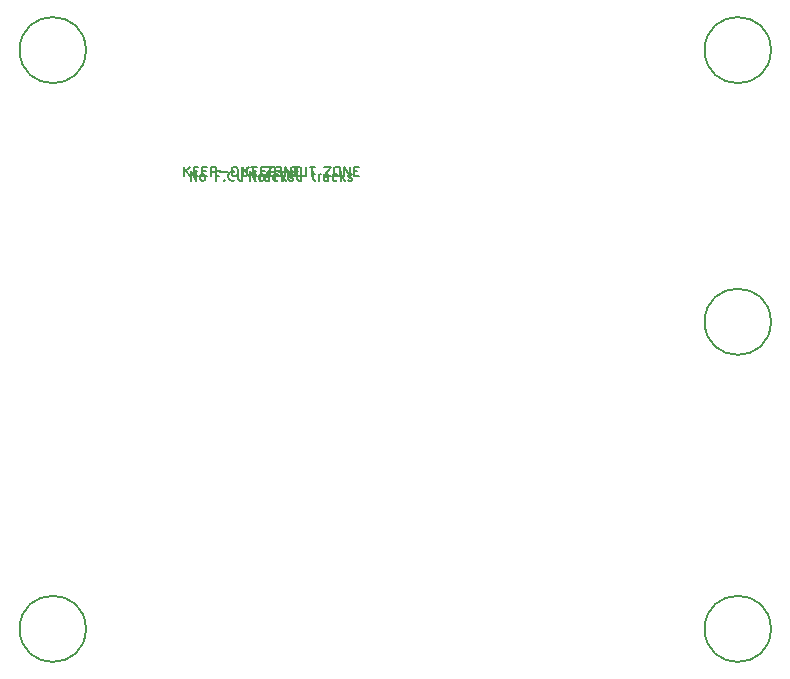
<source format=gbr>
%TF.GenerationSoftware,KiCad,Pcbnew,7.0.9*%
%TF.CreationDate,2024-04-30T18:34:20-07:00*%
%TF.ProjectId,WSPRzero,57535052-7a65-4726-9f2e-6b696361645f,rev?*%
%TF.SameCoordinates,Original*%
%TF.FileFunction,Other,Comment*%
%FSLAX46Y46*%
G04 Gerber Fmt 4.6, Leading zero omitted, Abs format (unit mm)*
G04 Created by KiCad (PCBNEW 7.0.9) date 2024-04-30 18:34:20*
%MOMM*%
%LPD*%
G01*
G04 APERTURE LIST*
%ADD10C,0.150000*%
G04 APERTURE END LIST*
D10*
X69642857Y-64162295D02*
X69642857Y-63362295D01*
X70100000Y-64162295D02*
X69757142Y-63705152D01*
X70100000Y-63362295D02*
X69642857Y-63819438D01*
X70442857Y-63743247D02*
X70709523Y-63743247D01*
X70823809Y-64162295D02*
X70442857Y-64162295D01*
X70442857Y-64162295D02*
X70442857Y-63362295D01*
X70442857Y-63362295D02*
X70823809Y-63362295D01*
X71166667Y-63743247D02*
X71433333Y-63743247D01*
X71547619Y-64162295D02*
X71166667Y-64162295D01*
X71166667Y-64162295D02*
X71166667Y-63362295D01*
X71166667Y-63362295D02*
X71547619Y-63362295D01*
X71890477Y-64162295D02*
X71890477Y-63362295D01*
X71890477Y-63362295D02*
X72195239Y-63362295D01*
X72195239Y-63362295D02*
X72271429Y-63400390D01*
X72271429Y-63400390D02*
X72309524Y-63438485D01*
X72309524Y-63438485D02*
X72347620Y-63514676D01*
X72347620Y-63514676D02*
X72347620Y-63628961D01*
X72347620Y-63628961D02*
X72309524Y-63705152D01*
X72309524Y-63705152D02*
X72271429Y-63743247D01*
X72271429Y-63743247D02*
X72195239Y-63781342D01*
X72195239Y-63781342D02*
X71890477Y-63781342D01*
X72690477Y-63857533D02*
X73300001Y-63857533D01*
X73833334Y-63362295D02*
X73985715Y-63362295D01*
X73985715Y-63362295D02*
X74061905Y-63400390D01*
X74061905Y-63400390D02*
X74138096Y-63476580D01*
X74138096Y-63476580D02*
X74176191Y-63628961D01*
X74176191Y-63628961D02*
X74176191Y-63895628D01*
X74176191Y-63895628D02*
X74138096Y-64048009D01*
X74138096Y-64048009D02*
X74061905Y-64124200D01*
X74061905Y-64124200D02*
X73985715Y-64162295D01*
X73985715Y-64162295D02*
X73833334Y-64162295D01*
X73833334Y-64162295D02*
X73757143Y-64124200D01*
X73757143Y-64124200D02*
X73680953Y-64048009D01*
X73680953Y-64048009D02*
X73642857Y-63895628D01*
X73642857Y-63895628D02*
X73642857Y-63628961D01*
X73642857Y-63628961D02*
X73680953Y-63476580D01*
X73680953Y-63476580D02*
X73757143Y-63400390D01*
X73757143Y-63400390D02*
X73833334Y-63362295D01*
X74519048Y-63362295D02*
X74519048Y-64009914D01*
X74519048Y-64009914D02*
X74557143Y-64086104D01*
X74557143Y-64086104D02*
X74595238Y-64124200D01*
X74595238Y-64124200D02*
X74671429Y-64162295D01*
X74671429Y-64162295D02*
X74823810Y-64162295D01*
X74823810Y-64162295D02*
X74900000Y-64124200D01*
X74900000Y-64124200D02*
X74938095Y-64086104D01*
X74938095Y-64086104D02*
X74976191Y-64009914D01*
X74976191Y-64009914D02*
X74976191Y-63362295D01*
X75242857Y-63362295D02*
X75700000Y-63362295D01*
X75471428Y-64162295D02*
X75471428Y-63362295D01*
X76500000Y-63362295D02*
X77033334Y-63362295D01*
X77033334Y-63362295D02*
X76500000Y-64162295D01*
X76500000Y-64162295D02*
X77033334Y-64162295D01*
X77490477Y-63362295D02*
X77642858Y-63362295D01*
X77642858Y-63362295D02*
X77719048Y-63400390D01*
X77719048Y-63400390D02*
X77795239Y-63476580D01*
X77795239Y-63476580D02*
X77833334Y-63628961D01*
X77833334Y-63628961D02*
X77833334Y-63895628D01*
X77833334Y-63895628D02*
X77795239Y-64048009D01*
X77795239Y-64048009D02*
X77719048Y-64124200D01*
X77719048Y-64124200D02*
X77642858Y-64162295D01*
X77642858Y-64162295D02*
X77490477Y-64162295D01*
X77490477Y-64162295D02*
X77414286Y-64124200D01*
X77414286Y-64124200D02*
X77338096Y-64048009D01*
X77338096Y-64048009D02*
X77300000Y-63895628D01*
X77300000Y-63895628D02*
X77300000Y-63628961D01*
X77300000Y-63628961D02*
X77338096Y-63476580D01*
X77338096Y-63476580D02*
X77414286Y-63400390D01*
X77414286Y-63400390D02*
X77490477Y-63362295D01*
X78176191Y-64162295D02*
X78176191Y-63362295D01*
X78176191Y-63362295D02*
X78633334Y-64162295D01*
X78633334Y-64162295D02*
X78633334Y-63362295D01*
X79014286Y-63743247D02*
X79280952Y-63743247D01*
X79395238Y-64162295D02*
X79014286Y-64162295D01*
X79014286Y-64162295D02*
X79014286Y-63362295D01*
X79014286Y-63362295D02*
X79395238Y-63362295D01*
X65176190Y-64562295D02*
X65176190Y-63762295D01*
X65176190Y-63762295D02*
X65633333Y-64562295D01*
X65633333Y-64562295D02*
X65633333Y-63762295D01*
X66128570Y-64562295D02*
X66052380Y-64524200D01*
X66052380Y-64524200D02*
X66014285Y-64486104D01*
X66014285Y-64486104D02*
X65976189Y-64409914D01*
X65976189Y-64409914D02*
X65976189Y-64181342D01*
X65976189Y-64181342D02*
X66014285Y-64105152D01*
X66014285Y-64105152D02*
X66052380Y-64067057D01*
X66052380Y-64067057D02*
X66128570Y-64028961D01*
X66128570Y-64028961D02*
X66242856Y-64028961D01*
X66242856Y-64028961D02*
X66319047Y-64067057D01*
X66319047Y-64067057D02*
X66357142Y-64105152D01*
X66357142Y-64105152D02*
X66395237Y-64181342D01*
X66395237Y-64181342D02*
X66395237Y-64409914D01*
X66395237Y-64409914D02*
X66357142Y-64486104D01*
X66357142Y-64486104D02*
X66319047Y-64524200D01*
X66319047Y-64524200D02*
X66242856Y-64562295D01*
X66242856Y-64562295D02*
X66128570Y-64562295D01*
X67614285Y-64143247D02*
X67347619Y-64143247D01*
X67347619Y-64562295D02*
X67347619Y-63762295D01*
X67347619Y-63762295D02*
X67728571Y-63762295D01*
X68033333Y-64486104D02*
X68071428Y-64524200D01*
X68071428Y-64524200D02*
X68033333Y-64562295D01*
X68033333Y-64562295D02*
X67995237Y-64524200D01*
X67995237Y-64524200D02*
X68033333Y-64486104D01*
X68033333Y-64486104D02*
X68033333Y-64562295D01*
X68871428Y-64486104D02*
X68833332Y-64524200D01*
X68833332Y-64524200D02*
X68719047Y-64562295D01*
X68719047Y-64562295D02*
X68642856Y-64562295D01*
X68642856Y-64562295D02*
X68528570Y-64524200D01*
X68528570Y-64524200D02*
X68452380Y-64448009D01*
X68452380Y-64448009D02*
X68414285Y-64371819D01*
X68414285Y-64371819D02*
X68376189Y-64219438D01*
X68376189Y-64219438D02*
X68376189Y-64105152D01*
X68376189Y-64105152D02*
X68414285Y-63952771D01*
X68414285Y-63952771D02*
X68452380Y-63876580D01*
X68452380Y-63876580D02*
X68528570Y-63800390D01*
X68528570Y-63800390D02*
X68642856Y-63762295D01*
X68642856Y-63762295D02*
X68719047Y-63762295D01*
X68719047Y-63762295D02*
X68833332Y-63800390D01*
X68833332Y-63800390D02*
X68871428Y-63838485D01*
X69557142Y-64028961D02*
X69557142Y-64562295D01*
X69214285Y-64028961D02*
X69214285Y-64448009D01*
X69214285Y-64448009D02*
X69252380Y-64524200D01*
X69252380Y-64524200D02*
X69328570Y-64562295D01*
X69328570Y-64562295D02*
X69442856Y-64562295D01*
X69442856Y-64562295D02*
X69519047Y-64524200D01*
X69519047Y-64524200D02*
X69557142Y-64486104D01*
X70433333Y-64028961D02*
X70738095Y-64028961D01*
X70547619Y-63762295D02*
X70547619Y-64448009D01*
X70547619Y-64448009D02*
X70585714Y-64524200D01*
X70585714Y-64524200D02*
X70661904Y-64562295D01*
X70661904Y-64562295D02*
X70738095Y-64562295D01*
X71004762Y-64562295D02*
X71004762Y-64028961D01*
X71004762Y-64181342D02*
X71042857Y-64105152D01*
X71042857Y-64105152D02*
X71080952Y-64067057D01*
X71080952Y-64067057D02*
X71157143Y-64028961D01*
X71157143Y-64028961D02*
X71233333Y-64028961D01*
X71842857Y-64562295D02*
X71842857Y-64143247D01*
X71842857Y-64143247D02*
X71804762Y-64067057D01*
X71804762Y-64067057D02*
X71728571Y-64028961D01*
X71728571Y-64028961D02*
X71576190Y-64028961D01*
X71576190Y-64028961D02*
X71500000Y-64067057D01*
X71842857Y-64524200D02*
X71766666Y-64562295D01*
X71766666Y-64562295D02*
X71576190Y-64562295D01*
X71576190Y-64562295D02*
X71500000Y-64524200D01*
X71500000Y-64524200D02*
X71461904Y-64448009D01*
X71461904Y-64448009D02*
X71461904Y-64371819D01*
X71461904Y-64371819D02*
X71500000Y-64295628D01*
X71500000Y-64295628D02*
X71576190Y-64257533D01*
X71576190Y-64257533D02*
X71766666Y-64257533D01*
X71766666Y-64257533D02*
X71842857Y-64219438D01*
X72566667Y-64524200D02*
X72490476Y-64562295D01*
X72490476Y-64562295D02*
X72338095Y-64562295D01*
X72338095Y-64562295D02*
X72261905Y-64524200D01*
X72261905Y-64524200D02*
X72223810Y-64486104D01*
X72223810Y-64486104D02*
X72185714Y-64409914D01*
X72185714Y-64409914D02*
X72185714Y-64181342D01*
X72185714Y-64181342D02*
X72223810Y-64105152D01*
X72223810Y-64105152D02*
X72261905Y-64067057D01*
X72261905Y-64067057D02*
X72338095Y-64028961D01*
X72338095Y-64028961D02*
X72490476Y-64028961D01*
X72490476Y-64028961D02*
X72566667Y-64067057D01*
X72909524Y-64562295D02*
X72909524Y-63762295D01*
X72985714Y-64257533D02*
X73214286Y-64562295D01*
X73214286Y-64028961D02*
X72909524Y-64333723D01*
X73519047Y-64524200D02*
X73595238Y-64562295D01*
X73595238Y-64562295D02*
X73747619Y-64562295D01*
X73747619Y-64562295D02*
X73823809Y-64524200D01*
X73823809Y-64524200D02*
X73861905Y-64448009D01*
X73861905Y-64448009D02*
X73861905Y-64409914D01*
X73861905Y-64409914D02*
X73823809Y-64333723D01*
X73823809Y-64333723D02*
X73747619Y-64295628D01*
X73747619Y-64295628D02*
X73633333Y-64295628D01*
X73633333Y-64295628D02*
X73557143Y-64257533D01*
X73557143Y-64257533D02*
X73519047Y-64181342D01*
X73519047Y-64181342D02*
X73519047Y-64143247D01*
X73519047Y-64143247D02*
X73557143Y-64067057D01*
X73557143Y-64067057D02*
X73633333Y-64028961D01*
X73633333Y-64028961D02*
X73747619Y-64028961D01*
X73747619Y-64028961D02*
X73823809Y-64067057D01*
X64642857Y-64162295D02*
X64642857Y-63362295D01*
X65100000Y-64162295D02*
X64757142Y-63705152D01*
X65100000Y-63362295D02*
X64642857Y-63819438D01*
X65442857Y-63743247D02*
X65709523Y-63743247D01*
X65823809Y-64162295D02*
X65442857Y-64162295D01*
X65442857Y-64162295D02*
X65442857Y-63362295D01*
X65442857Y-63362295D02*
X65823809Y-63362295D01*
X66166667Y-63743247D02*
X66433333Y-63743247D01*
X66547619Y-64162295D02*
X66166667Y-64162295D01*
X66166667Y-64162295D02*
X66166667Y-63362295D01*
X66166667Y-63362295D02*
X66547619Y-63362295D01*
X66890477Y-64162295D02*
X66890477Y-63362295D01*
X66890477Y-63362295D02*
X67195239Y-63362295D01*
X67195239Y-63362295D02*
X67271429Y-63400390D01*
X67271429Y-63400390D02*
X67309524Y-63438485D01*
X67309524Y-63438485D02*
X67347620Y-63514676D01*
X67347620Y-63514676D02*
X67347620Y-63628961D01*
X67347620Y-63628961D02*
X67309524Y-63705152D01*
X67309524Y-63705152D02*
X67271429Y-63743247D01*
X67271429Y-63743247D02*
X67195239Y-63781342D01*
X67195239Y-63781342D02*
X66890477Y-63781342D01*
X67690477Y-63857533D02*
X68300001Y-63857533D01*
X68833334Y-63362295D02*
X68985715Y-63362295D01*
X68985715Y-63362295D02*
X69061905Y-63400390D01*
X69061905Y-63400390D02*
X69138096Y-63476580D01*
X69138096Y-63476580D02*
X69176191Y-63628961D01*
X69176191Y-63628961D02*
X69176191Y-63895628D01*
X69176191Y-63895628D02*
X69138096Y-64048009D01*
X69138096Y-64048009D02*
X69061905Y-64124200D01*
X69061905Y-64124200D02*
X68985715Y-64162295D01*
X68985715Y-64162295D02*
X68833334Y-64162295D01*
X68833334Y-64162295D02*
X68757143Y-64124200D01*
X68757143Y-64124200D02*
X68680953Y-64048009D01*
X68680953Y-64048009D02*
X68642857Y-63895628D01*
X68642857Y-63895628D02*
X68642857Y-63628961D01*
X68642857Y-63628961D02*
X68680953Y-63476580D01*
X68680953Y-63476580D02*
X68757143Y-63400390D01*
X68757143Y-63400390D02*
X68833334Y-63362295D01*
X69519048Y-63362295D02*
X69519048Y-64009914D01*
X69519048Y-64009914D02*
X69557143Y-64086104D01*
X69557143Y-64086104D02*
X69595238Y-64124200D01*
X69595238Y-64124200D02*
X69671429Y-64162295D01*
X69671429Y-64162295D02*
X69823810Y-64162295D01*
X69823810Y-64162295D02*
X69900000Y-64124200D01*
X69900000Y-64124200D02*
X69938095Y-64086104D01*
X69938095Y-64086104D02*
X69976191Y-64009914D01*
X69976191Y-64009914D02*
X69976191Y-63362295D01*
X70242857Y-63362295D02*
X70700000Y-63362295D01*
X70471428Y-64162295D02*
X70471428Y-63362295D01*
X71500000Y-63362295D02*
X72033334Y-63362295D01*
X72033334Y-63362295D02*
X71500000Y-64162295D01*
X71500000Y-64162295D02*
X72033334Y-64162295D01*
X72490477Y-63362295D02*
X72642858Y-63362295D01*
X72642858Y-63362295D02*
X72719048Y-63400390D01*
X72719048Y-63400390D02*
X72795239Y-63476580D01*
X72795239Y-63476580D02*
X72833334Y-63628961D01*
X72833334Y-63628961D02*
X72833334Y-63895628D01*
X72833334Y-63895628D02*
X72795239Y-64048009D01*
X72795239Y-64048009D02*
X72719048Y-64124200D01*
X72719048Y-64124200D02*
X72642858Y-64162295D01*
X72642858Y-64162295D02*
X72490477Y-64162295D01*
X72490477Y-64162295D02*
X72414286Y-64124200D01*
X72414286Y-64124200D02*
X72338096Y-64048009D01*
X72338096Y-64048009D02*
X72300000Y-63895628D01*
X72300000Y-63895628D02*
X72300000Y-63628961D01*
X72300000Y-63628961D02*
X72338096Y-63476580D01*
X72338096Y-63476580D02*
X72414286Y-63400390D01*
X72414286Y-63400390D02*
X72490477Y-63362295D01*
X73176191Y-64162295D02*
X73176191Y-63362295D01*
X73176191Y-63362295D02*
X73633334Y-64162295D01*
X73633334Y-64162295D02*
X73633334Y-63362295D01*
X74014286Y-63743247D02*
X74280952Y-63743247D01*
X74395238Y-64162295D02*
X74014286Y-64162295D01*
X74014286Y-64162295D02*
X74014286Y-63362295D01*
X74014286Y-63362295D02*
X74395238Y-63362295D01*
X70176190Y-64562295D02*
X70176190Y-63762295D01*
X70176190Y-63762295D02*
X70633333Y-64562295D01*
X70633333Y-64562295D02*
X70633333Y-63762295D01*
X71128570Y-64562295D02*
X71052380Y-64524200D01*
X71052380Y-64524200D02*
X71014285Y-64486104D01*
X71014285Y-64486104D02*
X70976189Y-64409914D01*
X70976189Y-64409914D02*
X70976189Y-64181342D01*
X70976189Y-64181342D02*
X71014285Y-64105152D01*
X71014285Y-64105152D02*
X71052380Y-64067057D01*
X71052380Y-64067057D02*
X71128570Y-64028961D01*
X71128570Y-64028961D02*
X71242856Y-64028961D01*
X71242856Y-64028961D02*
X71319047Y-64067057D01*
X71319047Y-64067057D02*
X71357142Y-64105152D01*
X71357142Y-64105152D02*
X71395237Y-64181342D01*
X71395237Y-64181342D02*
X71395237Y-64409914D01*
X71395237Y-64409914D02*
X71357142Y-64486104D01*
X71357142Y-64486104D02*
X71319047Y-64524200D01*
X71319047Y-64524200D02*
X71242856Y-64562295D01*
X71242856Y-64562295D02*
X71128570Y-64562295D01*
X72614285Y-64143247D02*
X72347619Y-64143247D01*
X72347619Y-64562295D02*
X72347619Y-63762295D01*
X72347619Y-63762295D02*
X72728571Y-63762295D01*
X73033333Y-64486104D02*
X73071428Y-64524200D01*
X73071428Y-64524200D02*
X73033333Y-64562295D01*
X73033333Y-64562295D02*
X72995237Y-64524200D01*
X72995237Y-64524200D02*
X73033333Y-64486104D01*
X73033333Y-64486104D02*
X73033333Y-64562295D01*
X73871428Y-64486104D02*
X73833332Y-64524200D01*
X73833332Y-64524200D02*
X73719047Y-64562295D01*
X73719047Y-64562295D02*
X73642856Y-64562295D01*
X73642856Y-64562295D02*
X73528570Y-64524200D01*
X73528570Y-64524200D02*
X73452380Y-64448009D01*
X73452380Y-64448009D02*
X73414285Y-64371819D01*
X73414285Y-64371819D02*
X73376189Y-64219438D01*
X73376189Y-64219438D02*
X73376189Y-64105152D01*
X73376189Y-64105152D02*
X73414285Y-63952771D01*
X73414285Y-63952771D02*
X73452380Y-63876580D01*
X73452380Y-63876580D02*
X73528570Y-63800390D01*
X73528570Y-63800390D02*
X73642856Y-63762295D01*
X73642856Y-63762295D02*
X73719047Y-63762295D01*
X73719047Y-63762295D02*
X73833332Y-63800390D01*
X73833332Y-63800390D02*
X73871428Y-63838485D01*
X74557142Y-64028961D02*
X74557142Y-64562295D01*
X74214285Y-64028961D02*
X74214285Y-64448009D01*
X74214285Y-64448009D02*
X74252380Y-64524200D01*
X74252380Y-64524200D02*
X74328570Y-64562295D01*
X74328570Y-64562295D02*
X74442856Y-64562295D01*
X74442856Y-64562295D02*
X74519047Y-64524200D01*
X74519047Y-64524200D02*
X74557142Y-64486104D01*
X75433333Y-64028961D02*
X75738095Y-64028961D01*
X75547619Y-63762295D02*
X75547619Y-64448009D01*
X75547619Y-64448009D02*
X75585714Y-64524200D01*
X75585714Y-64524200D02*
X75661904Y-64562295D01*
X75661904Y-64562295D02*
X75738095Y-64562295D01*
X76004762Y-64562295D02*
X76004762Y-64028961D01*
X76004762Y-64181342D02*
X76042857Y-64105152D01*
X76042857Y-64105152D02*
X76080952Y-64067057D01*
X76080952Y-64067057D02*
X76157143Y-64028961D01*
X76157143Y-64028961D02*
X76233333Y-64028961D01*
X76842857Y-64562295D02*
X76842857Y-64143247D01*
X76842857Y-64143247D02*
X76804762Y-64067057D01*
X76804762Y-64067057D02*
X76728571Y-64028961D01*
X76728571Y-64028961D02*
X76576190Y-64028961D01*
X76576190Y-64028961D02*
X76500000Y-64067057D01*
X76842857Y-64524200D02*
X76766666Y-64562295D01*
X76766666Y-64562295D02*
X76576190Y-64562295D01*
X76576190Y-64562295D02*
X76500000Y-64524200D01*
X76500000Y-64524200D02*
X76461904Y-64448009D01*
X76461904Y-64448009D02*
X76461904Y-64371819D01*
X76461904Y-64371819D02*
X76500000Y-64295628D01*
X76500000Y-64295628D02*
X76576190Y-64257533D01*
X76576190Y-64257533D02*
X76766666Y-64257533D01*
X76766666Y-64257533D02*
X76842857Y-64219438D01*
X77566667Y-64524200D02*
X77490476Y-64562295D01*
X77490476Y-64562295D02*
X77338095Y-64562295D01*
X77338095Y-64562295D02*
X77261905Y-64524200D01*
X77261905Y-64524200D02*
X77223810Y-64486104D01*
X77223810Y-64486104D02*
X77185714Y-64409914D01*
X77185714Y-64409914D02*
X77185714Y-64181342D01*
X77185714Y-64181342D02*
X77223810Y-64105152D01*
X77223810Y-64105152D02*
X77261905Y-64067057D01*
X77261905Y-64067057D02*
X77338095Y-64028961D01*
X77338095Y-64028961D02*
X77490476Y-64028961D01*
X77490476Y-64028961D02*
X77566667Y-64067057D01*
X77909524Y-64562295D02*
X77909524Y-63762295D01*
X77985714Y-64257533D02*
X78214286Y-64562295D01*
X78214286Y-64028961D02*
X77909524Y-64333723D01*
X78519047Y-64524200D02*
X78595238Y-64562295D01*
X78595238Y-64562295D02*
X78747619Y-64562295D01*
X78747619Y-64562295D02*
X78823809Y-64524200D01*
X78823809Y-64524200D02*
X78861905Y-64448009D01*
X78861905Y-64448009D02*
X78861905Y-64409914D01*
X78861905Y-64409914D02*
X78823809Y-64333723D01*
X78823809Y-64333723D02*
X78747619Y-64295628D01*
X78747619Y-64295628D02*
X78633333Y-64295628D01*
X78633333Y-64295628D02*
X78557143Y-64257533D01*
X78557143Y-64257533D02*
X78519047Y-64181342D01*
X78519047Y-64181342D02*
X78519047Y-64143247D01*
X78519047Y-64143247D02*
X78557143Y-64067057D01*
X78557143Y-64067057D02*
X78633333Y-64028961D01*
X78633333Y-64028961D02*
X78747619Y-64028961D01*
X78747619Y-64028961D02*
X78823809Y-64067057D01*
%TO.C,H3*%
X114300000Y-76500000D02*
G75*
G03*
X114300000Y-76500000I-2800000J0D01*
G01*
%TO.C,H2*%
X114300000Y-53500000D02*
G75*
G03*
X114300000Y-53500000I-2800000J0D01*
G01*
%TO.C,H1*%
X56300000Y-53500000D02*
G75*
G03*
X56300000Y-53500000I-2800000J0D01*
G01*
%TO.C,H5*%
X56300000Y-102500000D02*
G75*
G03*
X56300000Y-102500000I-2800000J0D01*
G01*
%TO.C,H4*%
X114300000Y-102500000D02*
G75*
G03*
X114300000Y-102500000I-2800000J0D01*
G01*
%TD*%
M02*

</source>
